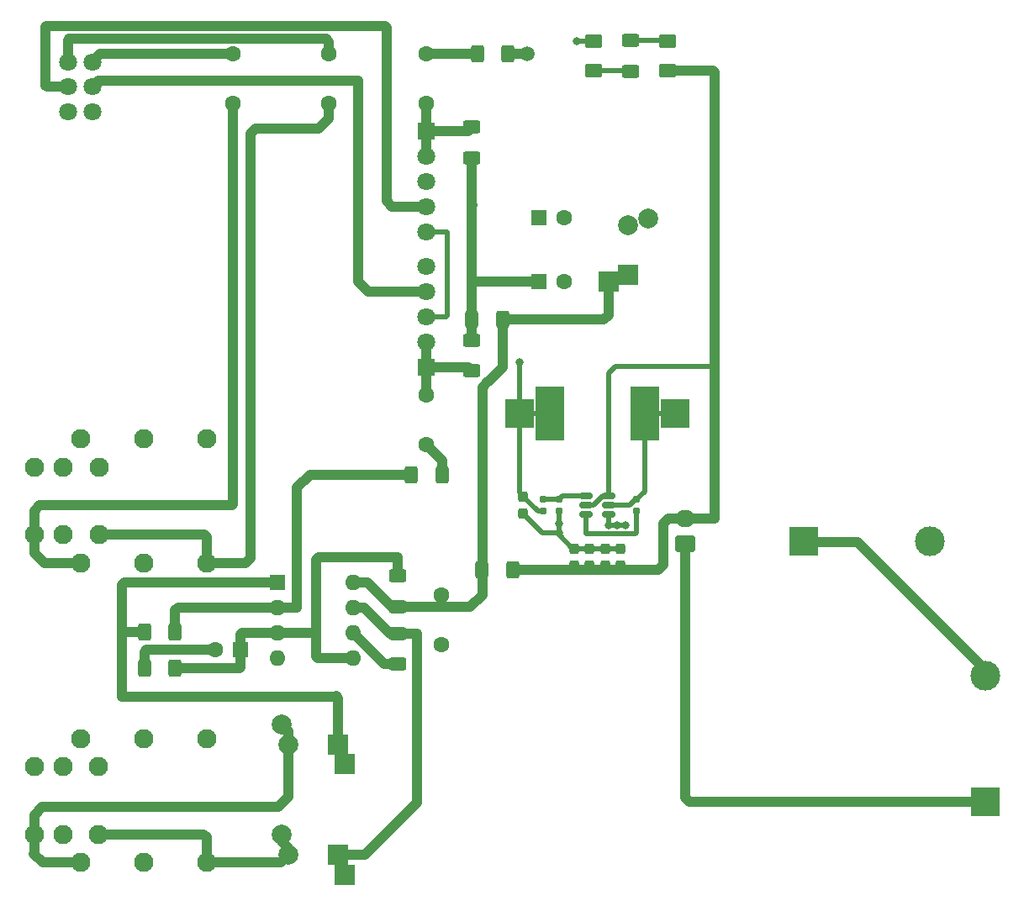
<source format=gbr>
%TF.GenerationSoftware,KiCad,Pcbnew,(6.0.0)*%
%TF.CreationDate,2022-08-03T23:17:49+01:00*%
%TF.ProjectId,Tube Headphone project V3,54756265-2048-4656-9164-70686f6e6520,rev?*%
%TF.SameCoordinates,Original*%
%TF.FileFunction,Copper,L1,Top*%
%TF.FilePolarity,Positive*%
%FSLAX46Y46*%
G04 Gerber Fmt 4.6, Leading zero omitted, Abs format (unit mm)*
G04 Created by KiCad (PCBNEW (6.0.0)) date 2022-08-03 23:17:49*
%MOMM*%
%LPD*%
G01*
G04 APERTURE LIST*
G04 Aperture macros list*
%AMRoundRect*
0 Rectangle with rounded corners*
0 $1 Rounding radius*
0 $2 $3 $4 $5 $6 $7 $8 $9 X,Y pos of 4 corners*
0 Add a 4 corners polygon primitive as box body*
4,1,4,$2,$3,$4,$5,$6,$7,$8,$9,$2,$3,0*
0 Add four circle primitives for the rounded corners*
1,1,$1+$1,$2,$3*
1,1,$1+$1,$4,$5*
1,1,$1+$1,$6,$7*
1,1,$1+$1,$8,$9*
0 Add four rect primitives between the rounded corners*
20,1,$1+$1,$2,$3,$4,$5,0*
20,1,$1+$1,$4,$5,$6,$7,0*
20,1,$1+$1,$6,$7,$8,$9,0*
20,1,$1+$1,$8,$9,$2,$3,0*%
G04 Aperture macros list end*
%TA.AperFunction,ComponentPad*%
%ADD10R,3.000000X3.000000*%
%TD*%
%TA.AperFunction,ComponentPad*%
%ADD11C,3.000000*%
%TD*%
%TA.AperFunction,SMDPad,CuDef*%
%ADD12RoundRect,0.250000X0.625000X-0.400000X0.625000X0.400000X-0.625000X0.400000X-0.625000X-0.400000X0*%
%TD*%
%TA.AperFunction,ComponentPad*%
%ADD13C,1.950000*%
%TD*%
%TA.AperFunction,SMDPad,CuDef*%
%ADD14RoundRect,0.237500X0.237500X-0.300000X0.237500X0.300000X-0.237500X0.300000X-0.237500X-0.300000X0*%
%TD*%
%TA.AperFunction,SMDPad,CuDef*%
%ADD15RoundRect,0.250000X0.400000X0.625000X-0.400000X0.625000X-0.400000X-0.625000X0.400000X-0.625000X0*%
%TD*%
%TA.AperFunction,ComponentPad*%
%ADD16R,1.600000X1.600000*%
%TD*%
%TA.AperFunction,ComponentPad*%
%ADD17C,1.600000*%
%TD*%
%TA.AperFunction,ComponentPad*%
%ADD18O,1.600000X1.600000*%
%TD*%
%TA.AperFunction,ComponentPad*%
%ADD19R,1.800000X1.800000*%
%TD*%
%TA.AperFunction,ComponentPad*%
%ADD20C,1.800000*%
%TD*%
%TA.AperFunction,ComponentPad*%
%ADD21R,2.000000X2.000000*%
%TD*%
%TA.AperFunction,ComponentPad*%
%ADD22C,2.000000*%
%TD*%
%TA.AperFunction,SMDPad,CuDef*%
%ADD23R,3.000000X5.500000*%
%TD*%
%TA.AperFunction,SMDPad,CuDef*%
%ADD24RoundRect,0.250000X-0.625000X0.400000X-0.625000X-0.400000X0.625000X-0.400000X0.625000X0.400000X0*%
%TD*%
%TA.AperFunction,SMDPad,CuDef*%
%ADD25RoundRect,0.250001X-0.624999X0.462499X-0.624999X-0.462499X0.624999X-0.462499X0.624999X0.462499X0*%
%TD*%
%TA.AperFunction,SMDPad,CuDef*%
%ADD26RoundRect,0.250001X0.624999X-0.462499X0.624999X0.462499X-0.624999X0.462499X-0.624999X-0.462499X0*%
%TD*%
%TA.AperFunction,SMDPad,CuDef*%
%ADD27RoundRect,0.250000X-0.400000X-0.625000X0.400000X-0.625000X0.400000X0.625000X-0.400000X0.625000X0*%
%TD*%
%TA.AperFunction,SMDPad,CuDef*%
%ADD28RoundRect,0.155000X-0.155000X0.212500X-0.155000X-0.212500X0.155000X-0.212500X0.155000X0.212500X0*%
%TD*%
%TA.AperFunction,SMDPad,CuDef*%
%ADD29R,3.000000X2.900000*%
%TD*%
%TA.AperFunction,SMDPad,CuDef*%
%ADD30RoundRect,0.150000X0.512500X0.150000X-0.512500X0.150000X-0.512500X-0.150000X0.512500X-0.150000X0*%
%TD*%
%TA.AperFunction,SMDPad,CuDef*%
%ADD31RoundRect,0.160000X-0.160000X0.197500X-0.160000X-0.197500X0.160000X-0.197500X0.160000X0.197500X0*%
%TD*%
%TA.AperFunction,SMDPad,CuDef*%
%ADD32RoundRect,0.160000X0.160000X-0.197500X0.160000X0.197500X-0.160000X0.197500X-0.160000X-0.197500X0*%
%TD*%
%TA.AperFunction,ComponentPad*%
%ADD33RoundRect,0.250000X0.750000X-0.600000X0.750000X0.600000X-0.750000X0.600000X-0.750000X-0.600000X0*%
%TD*%
%TA.AperFunction,ComponentPad*%
%ADD34O,2.000000X1.700000*%
%TD*%
%TA.AperFunction,ViaPad*%
%ADD35C,0.800000*%
%TD*%
%TA.AperFunction,ViaPad*%
%ADD36C,1.500000*%
%TD*%
%TA.AperFunction,Conductor*%
%ADD37C,1.000000*%
%TD*%
%TA.AperFunction,Conductor*%
%ADD38C,0.500000*%
%TD*%
G04 APERTURE END LIST*
D10*
%TO.P,BT1,1,+*%
%TO.N,Net-(BT1-Pad1)*%
X256067904Y-124572371D03*
D11*
%TO.P,BT1,2,-*%
%TO.N,Net-(BT1-Pad2)*%
X256067904Y-111872371D03*
%TD*%
D12*
%TO.P,R3,1*%
%TO.N,/R_TOUT*%
X204390000Y-81190000D03*
%TO.P,R3,2*%
%TO.N,/T_PWR*%
X204390000Y-78090000D03*
%TD*%
D13*
%TO.P,J1,R*%
%TO.N,N/C*%
X171390000Y-100552670D03*
X171390000Y-88052670D03*
X163240000Y-97702670D03*
X163240000Y-90902670D03*
%TO.P,J1,S*%
%TO.N,/R_IN*%
X165040000Y-88052670D03*
X160340000Y-90902670D03*
X165040000Y-100552670D03*
X160340000Y-97702670D03*
%TO.P,J1,T*%
%TO.N,/L_IN*%
X166840000Y-90902670D03*
X166840000Y-97702670D03*
X177740000Y-100552670D03*
X177740000Y-88052670D03*
%TD*%
D14*
%TO.P,C15,1*%
%TO.N,+18V*%
X217800000Y-100822500D03*
%TO.P,C15,2*%
%TO.N,GND*%
X217800000Y-99097500D03*
%TD*%
D15*
%TO.P,R11,1*%
%TO.N,+18V*%
X208510000Y-101230332D03*
%TO.P,R11,2*%
%TO.N,/PWR*%
X205410000Y-101230332D03*
%TD*%
D16*
%TO.P,C13,1*%
%TO.N,+2.5V*%
X211161167Y-65810000D03*
D17*
%TO.P,C13,2*%
%TO.N,GND*%
X213661167Y-65810000D03*
%TD*%
D14*
%TO.P,C1,1*%
%TO.N,GND*%
X209583119Y-95582500D03*
%TO.P,C1,2*%
%TO.N,+2.5V*%
X209583119Y-93857500D03*
%TD*%
D16*
%TO.P,U3,1*%
%TO.N,/R_OPOUT*%
X184805000Y-102505000D03*
D18*
%TO.P,U3,2,-*%
%TO.N,/R_OPIN*%
X184805000Y-105045000D03*
%TO.P,U3,3,+*%
%TO.N,/PWR-*%
X184805000Y-107585000D03*
%TO.P,U3,4,V-*%
%TO.N,GND*%
X184805000Y-110125000D03*
%TO.P,U3,5,+*%
%TO.N,/PWR-*%
X192425000Y-110125000D03*
%TO.P,U3,6,-*%
%TO.N,/L_OPIN*%
X192425000Y-107585000D03*
%TO.P,U3,7*%
%TO.N,/L_OPOUT*%
X192425000Y-105045000D03*
%TO.P,U3,8,V+*%
%TO.N,/PWR*%
X192425000Y-102505000D03*
%TD*%
D19*
%TO.P,U2,1,P*%
%TO.N,/R_TOUT*%
X199775112Y-80850000D03*
D20*
%TO.P,U2,2,G2*%
X199775112Y-78310000D03*
%TO.P,U2,3,F+\u002CG3*%
%TO.N,Net-(U1-Pad5)*%
X199775112Y-75770000D03*
%TO.P,U2,4,G1*%
%TO.N,/R_TIN*%
X199775112Y-73230000D03*
%TO.P,U2,5,F+\u002CG3*%
%TO.N,GND*%
X199775112Y-70690000D03*
%TD*%
D16*
%TO.P,C5,1*%
%TO.N,/T_PWR*%
X211161167Y-72240000D03*
D17*
%TO.P,C5,2*%
%TO.N,GND*%
X213661167Y-72240000D03*
%TD*%
D20*
%TO.P,RV1,1,1*%
%TO.N,/L_POT*%
X163700000Y-50070000D03*
%TO.P,RV1,2,2*%
%TO.N,/L_TIN*%
X163700000Y-52570000D03*
%TO.P,RV1,3,3*%
%TO.N,GND*%
X163700000Y-55070000D03*
%TO.P,RV1,4,4*%
%TO.N,/R_POT*%
X166200000Y-50070000D03*
%TO.P,RV1,5,5*%
%TO.N,/R_TIN*%
X166200000Y-52570000D03*
%TO.P,RV1,6,6*%
%TO.N,GND*%
X166200000Y-55070000D03*
%TD*%
D21*
%TO.P,C10,1*%
%TO.N,/PWR*%
X220137362Y-71530591D03*
X218137362Y-72202735D03*
D22*
%TO.P,C10,2*%
%TO.N,GND*%
X222137362Y-65858447D03*
X220137362Y-66530591D03*
%TD*%
D12*
%TO.P,R10,1*%
%TO.N,/L_OPIN*%
X196932449Y-110755000D03*
%TO.P,R10,2*%
%TO.N,/L_OPOUT*%
X196932449Y-107655000D03*
%TD*%
D14*
%TO.P,C14,1*%
%TO.N,+18V*%
X219360198Y-100822500D03*
%TO.P,C14,2*%
%TO.N,GND*%
X219360198Y-99097500D03*
%TD*%
D21*
%TO.P,C12,1*%
%TO.N,/L_OPOUT*%
X191627689Y-131938024D03*
X190955545Y-129938024D03*
D22*
%TO.P,C12,2*%
%TO.N,/L_OUT*%
X185283401Y-127938024D03*
X185955545Y-129938024D03*
%TD*%
D21*
%TO.P,C11,1*%
%TO.N,/R_OPOUT*%
X190955545Y-118841976D03*
X191627689Y-120841976D03*
D22*
%TO.P,C11,2*%
%TO.N,/R_OUT*%
X185955545Y-118841976D03*
X185283401Y-116841976D03*
%TD*%
D23*
%TO.P,REF\u002A\u002A,1*%
%TO.N,+2.5V*%
X212280000Y-85540000D03*
%TO.P,REF\u002A\u002A,2*%
%TO.N,Net-(C2-Pad1)*%
X221780000Y-85540000D03*
%TD*%
D24*
%TO.P,R2,1*%
%TO.N,/L_TOUT*%
X204390000Y-56660000D03*
%TO.P,R2,2*%
%TO.N,/T_PWR*%
X204390000Y-59760000D03*
%TD*%
D16*
%TO.P,C9,1*%
%TO.N,/PWR-*%
X181075113Y-109296335D03*
D17*
%TO.P,C9,2*%
%TO.N,GND*%
X178575113Y-109296335D03*
%TD*%
D25*
%TO.P,D2,1,K*%
%TO.N,GND*%
X216690000Y-48015000D03*
%TO.P,D2,2,A*%
%TO.N,Net-(D2-Pad2)*%
X216690000Y-50990000D03*
%TD*%
D26*
%TO.P,D1,1,K*%
%TO.N,+18V*%
X224090000Y-50945000D03*
%TO.P,D1,2,A*%
%TO.N,Net-(D1-Pad2)*%
X224090000Y-47970000D03*
%TD*%
D15*
%TO.P,R5,1*%
%TO.N,Net-(C7-Pad1)*%
X201390000Y-91650000D03*
%TO.P,R5,2*%
%TO.N,/R_OPIN*%
X198290000Y-91650000D03*
%TD*%
%TO.P,R9,1*%
%TO.N,/R_OPIN*%
X174510000Y-107476335D03*
%TO.P,R9,2*%
%TO.N,/R_OPOUT*%
X171410000Y-107476335D03*
%TD*%
D27*
%TO.P,R6,1*%
%TO.N,Net-(C8-Pad1)*%
X204955112Y-49260000D03*
%TO.P,R6,2*%
%TO.N,/L_OPIN*%
X208055112Y-49260000D03*
%TD*%
D28*
%TO.P,C2,1*%
%TO.N,Net-(C2-Pad1)*%
X220964485Y-94158629D03*
%TO.P,C2,2*%
%TO.N,Net-(C2-Pad2)*%
X220964485Y-95293629D03*
%TD*%
D12*
%TO.P,R1,1*%
%TO.N,Net-(D2-Pad2)*%
X220390000Y-51030000D03*
%TO.P,R1,2*%
%TO.N,Net-(D1-Pad2)*%
X220390000Y-47930000D03*
%TD*%
D29*
%TO.P,L1,1,1*%
%TO.N,+2.5V*%
X209180000Y-85540000D03*
%TO.P,L1,2,2*%
%TO.N,Net-(C2-Pad1)*%
X224880000Y-85540000D03*
%TD*%
D17*
%TO.P,C17,1*%
%TO.N,GND*%
X201320000Y-108805000D03*
%TO.P,C17,2*%
%TO.N,/PWR*%
X201320000Y-103805000D03*
%TD*%
D30*
%TO.P,U4,1,GND*%
%TO.N,GND*%
X218167500Y-95686129D03*
%TO.P,U4,2,SW*%
%TO.N,Net-(C2-Pad1)*%
X218167500Y-94736129D03*
%TO.P,U4,3,VIN*%
%TO.N,+18V*%
X218167500Y-93786129D03*
%TO.P,U4,4,FB*%
%TO.N,Net-(R12-Pad2)*%
X215892500Y-93786129D03*
%TO.P,U4,5,EN*%
%TO.N,+18V*%
X215892500Y-94736129D03*
%TO.P,U4,6,CB*%
%TO.N,Net-(C2-Pad2)*%
X215892500Y-95686129D03*
%TD*%
D31*
%TO.P,R13,1*%
%TO.N,Net-(R12-Pad2)*%
X213152150Y-94128629D03*
%TO.P,R13,2*%
%TO.N,GND*%
X213152150Y-95323629D03*
%TD*%
D19*
%TO.P,U1,1,P*%
%TO.N,/L_TOUT*%
X199775112Y-57017741D03*
D20*
%TO.P,U1,2,G2*%
X199775112Y-59557741D03*
%TO.P,U1,3,F+\u002CG3*%
%TO.N,+2.5V*%
X199775112Y-62097741D03*
%TO.P,U1,4,G1*%
%TO.N,/L_TIN*%
X199775112Y-64637741D03*
%TO.P,U1,5,F+\u002CG3*%
%TO.N,Net-(U1-Pad5)*%
X199775112Y-67177741D03*
%TD*%
D32*
%TO.P,R12,1*%
%TO.N,+2.5V*%
X211582150Y-95323629D03*
%TO.P,R12,2*%
%TO.N,Net-(R12-Pad2)*%
X211582150Y-94128629D03*
%TD*%
D33*
%TO.P,Power SW,1,A*%
%TO.N,Net-(BT1-Pad1)*%
X225880000Y-98620000D03*
D34*
%TO.P,Power SW,2,B*%
%TO.N,+18V*%
X225880000Y-96120000D03*
%TD*%
D15*
%TO.P,R4,1*%
%TO.N,/PWR*%
X207500000Y-76030000D03*
%TO.P,R4,2*%
%TO.N,/T_PWR*%
X204400000Y-76030000D03*
%TD*%
D14*
%TO.P,C16,1*%
%TO.N,+18V*%
X216239803Y-100822500D03*
%TO.P,C16,2*%
%TO.N,GND*%
X216239803Y-99097500D03*
%TD*%
D17*
%TO.P,C8,1*%
%TO.N,Net-(C8-Pad1)*%
X199775112Y-49259315D03*
%TO.P,C8,2*%
%TO.N,/L_TOUT*%
X199775112Y-54259315D03*
%TD*%
%TO.P,C7,1*%
%TO.N,Net-(C7-Pad1)*%
X199775112Y-88630454D03*
%TO.P,C7,2*%
%TO.N,/R_TOUT*%
X199775112Y-83630454D03*
%TD*%
D24*
%TO.P,R7,1*%
%TO.N,/PWR-*%
X196932449Y-101855000D03*
%TO.P,R7,2*%
%TO.N,/PWR*%
X196932449Y-104955000D03*
%TD*%
D14*
%TO.P,C4,1*%
%TO.N,+18V*%
X214679606Y-100822500D03*
%TO.P,C4,2*%
%TO.N,GND*%
X214679606Y-99097500D03*
%TD*%
D13*
%TO.P,J2,R*%
%TO.N,N/C*%
X163210000Y-127890000D03*
X163210000Y-121090000D03*
X171360000Y-130740000D03*
X171360000Y-118240000D03*
%TO.P,J2,S*%
%TO.N,/R_OUT*%
X165010000Y-130740000D03*
X160310000Y-127890000D03*
X160310000Y-121090000D03*
X165010000Y-118240000D03*
%TO.P,J2,T*%
%TO.N,/L_OUT*%
X166810000Y-121090000D03*
X177710000Y-118240000D03*
X166810000Y-127890000D03*
X177710000Y-130740000D03*
%TD*%
D17*
%TO.P,C6,1*%
%TO.N,/R_POT*%
X180300000Y-49259315D03*
%TO.P,C6,2*%
%TO.N,/R_IN*%
X180300000Y-54259315D03*
%TD*%
D10*
%TO.P,BT2,1,+*%
%TO.N,Net-(BT1-Pad2)*%
X237861456Y-98390000D03*
D11*
%TO.P,BT2,2,-*%
%TO.N,GND*%
X250561456Y-98390000D03*
%TD*%
D15*
%TO.P,R8,1*%
%TO.N,/PWR-*%
X174510000Y-111116335D03*
%TO.P,R8,2*%
%TO.N,GND*%
X171410000Y-111116335D03*
%TD*%
D17*
%TO.P,C3,1*%
%TO.N,/L_POT*%
X190010000Y-49259315D03*
%TO.P,C3,2*%
%TO.N,/L_IN*%
X190010000Y-54259315D03*
%TD*%
D35*
%TO.N,GND*%
X219867000Y-96729129D03*
X213152150Y-96597850D03*
X218168175Y-96729129D03*
X214945000Y-48015000D03*
X213152150Y-97497850D03*
X219017587Y-96729129D03*
D36*
%TO.N,/L_OPIN*%
X209940000Y-49250000D03*
D35*
%TO.N,+2.5V*%
X209180000Y-80330000D03*
%TD*%
D37*
%TO.N,Net-(BT1-Pad1)*%
X256710000Y-124600000D02*
X226270000Y-124600000D01*
X225850000Y-124180000D02*
X225850000Y-98790000D01*
X226270000Y-124600000D02*
X225850000Y-124180000D01*
D38*
%TO.N,GND*%
X218168175Y-96729129D02*
X218997000Y-96729129D01*
X214679606Y-99097500D02*
X214571765Y-99097500D01*
D37*
X171410000Y-109510000D02*
X171623665Y-109296335D01*
X171410000Y-111116335D02*
X171410000Y-109510000D01*
X171623665Y-109296335D02*
X178575113Y-109296335D01*
D38*
X211498469Y-97497850D02*
X213152150Y-97497850D01*
X218167500Y-96728454D02*
X218168175Y-96729129D01*
X214571765Y-99097500D02*
X213152150Y-97677885D01*
X213152150Y-95323629D02*
X213152150Y-96597850D01*
X213152150Y-96597850D02*
X213152150Y-97497850D01*
X219360198Y-99097500D02*
X214679606Y-99097500D01*
X216690000Y-48015000D02*
X214945000Y-48015000D01*
X218997000Y-96729129D02*
X219867000Y-96729129D01*
X218167500Y-95686129D02*
X218167500Y-96728454D01*
X209583119Y-95582500D02*
X211498469Y-97497850D01*
X213152150Y-97497850D02*
X213152150Y-97677885D01*
D37*
%TO.N,Net-(BT1-Pad2)*%
X243227629Y-98417629D02*
X256710000Y-111900000D01*
X238503552Y-98417629D02*
X243227629Y-98417629D01*
%TO.N,Net-(C7-Pad1)*%
X201390000Y-90245342D02*
X199775112Y-88630454D01*
X201390000Y-91650000D02*
X201390000Y-90245342D01*
%TO.N,Net-(C8-Pad1)*%
X204954427Y-49259315D02*
X199775112Y-49259315D01*
X204955112Y-49260000D02*
X204954427Y-49259315D01*
%TO.N,+18V*%
X225830000Y-96106031D02*
X228806031Y-96106031D01*
X224183969Y-96106031D02*
X225830000Y-96106031D01*
X228806031Y-80753969D02*
X228806031Y-51086031D01*
D38*
X218167500Y-93786129D02*
X218167500Y-81437500D01*
X216657151Y-94736129D02*
X215892500Y-94736129D01*
D37*
X223670000Y-100770000D02*
X223670000Y-96620000D01*
X223670000Y-96620000D02*
X224183969Y-96106031D01*
D38*
X218160000Y-81430000D02*
X218836031Y-80753969D01*
X218836031Y-80753969D02*
X228806031Y-80753969D01*
D37*
X228806031Y-96106031D02*
X228806031Y-80753969D01*
X208510000Y-101230332D02*
X223209668Y-101230332D01*
X228806031Y-51086031D02*
X228665000Y-50945000D01*
D38*
X218167500Y-93786129D02*
X217607151Y-93786129D01*
X217607151Y-93786129D02*
X216657151Y-94736129D01*
X218167500Y-81437500D02*
X218160000Y-81430000D01*
D37*
X223209668Y-101230332D02*
X223670000Y-100770000D01*
X228665000Y-50945000D02*
X224090000Y-50945000D01*
%TO.N,/T_PWR*%
X204390000Y-78100000D02*
X204390000Y-72180000D01*
X204460000Y-72110000D02*
X204390000Y-72180000D01*
X204590000Y-72240000D02*
X204460000Y-72110000D01*
X204390000Y-72180000D02*
X204390000Y-64390000D01*
X211161167Y-72240000D02*
X204590000Y-72240000D01*
X204390000Y-64390000D02*
X204460000Y-64460000D01*
X204390000Y-64390000D02*
X204390000Y-59760000D01*
%TO.N,/PWR*%
X201455000Y-104955000D02*
X204225000Y-104955000D01*
X196932449Y-104955000D02*
X196325000Y-104955000D01*
X201320000Y-104820000D02*
X201455000Y-104955000D01*
X218137362Y-75572638D02*
X217680000Y-76030000D01*
X196325000Y-104955000D02*
X193875000Y-102505000D01*
X193875000Y-102505000D02*
X192425000Y-102505000D01*
X196932449Y-104955000D02*
X196957449Y-104980000D01*
X201455000Y-104955000D02*
X196932449Y-104955000D01*
X204225000Y-104955000D02*
X205435000Y-103745000D01*
X205435000Y-103745000D02*
X205435000Y-82895000D01*
X206020000Y-82310000D02*
X206040000Y-82310000D01*
X207500000Y-80850000D02*
X207500000Y-76030000D01*
X206040000Y-82310000D02*
X207500000Y-80850000D01*
X205435000Y-82895000D02*
X206020000Y-82310000D01*
X201320000Y-103805000D02*
X201320000Y-104820000D01*
X217680000Y-76030000D02*
X207500000Y-76030000D01*
X218137362Y-72202735D02*
X218137362Y-75572638D01*
%TO.N,/L_IN*%
X182070000Y-100080000D02*
X181597330Y-100552670D01*
X190010000Y-55750000D02*
X188990000Y-56770000D01*
X190010000Y-54259315D02*
X190010000Y-55750000D01*
X177740000Y-100552670D02*
X177740000Y-97960000D01*
X177740000Y-97960000D02*
X177482670Y-97702670D01*
X188990000Y-56770000D02*
X182630000Y-56770000D01*
X177482670Y-97702670D02*
X166840000Y-97702670D01*
X182630000Y-56770000D02*
X182070000Y-57330000D01*
X182070000Y-57330000D02*
X182070000Y-100080000D01*
X181597330Y-100552670D02*
X177740000Y-100552670D01*
%TO.N,/R_IN*%
X180250000Y-94690000D02*
X180300000Y-94640000D01*
X180300000Y-94640000D02*
X180300000Y-54259315D01*
X161340000Y-100552670D02*
X165040000Y-100552670D01*
X160340000Y-95282670D02*
X160896335Y-94726335D01*
X160340000Y-99552670D02*
X161340000Y-100552670D01*
X160932670Y-94690000D02*
X160896335Y-94726335D01*
X160340000Y-97702670D02*
X160340000Y-95282670D01*
X160340000Y-97702670D02*
X160340000Y-99552670D01*
X180250000Y-94690000D02*
X160932670Y-94690000D01*
%TO.N,/R_OUT*%
X160310000Y-129830000D02*
X160300000Y-129840000D01*
X160310000Y-127890000D02*
X160310000Y-129830000D01*
X161200000Y-130740000D02*
X165010000Y-130740000D01*
X185955545Y-118841976D02*
X185955545Y-124104455D01*
X185955545Y-124104455D02*
X184910000Y-125150000D01*
X161100000Y-125150000D02*
X160310000Y-125940000D01*
X160300000Y-129840000D02*
X161200000Y-130740000D01*
X185955545Y-117514120D02*
X185283401Y-116841976D01*
X184910000Y-125150000D02*
X161100000Y-125150000D01*
X185955545Y-118841976D02*
X185955545Y-117514120D01*
X160310000Y-125940000D02*
X160310000Y-127890000D01*
%TO.N,/L_OUT*%
X177380000Y-127880000D02*
X177710000Y-128210000D01*
X177710000Y-128210000D02*
X177710000Y-130740000D01*
X166810000Y-127890000D02*
X177370000Y-127890000D01*
X185153569Y-130740000D02*
X185955545Y-129938024D01*
X177370000Y-127890000D02*
X177380000Y-127880000D01*
X177710000Y-130740000D02*
X185153569Y-130740000D01*
X185283401Y-128577856D02*
X185955545Y-129250000D01*
%TO.N,/L_POT*%
X163700000Y-47900000D02*
X163700000Y-50070000D01*
X190010000Y-48070000D02*
X189699804Y-47759804D01*
X189699804Y-47759804D02*
X163840196Y-47759804D01*
X190010000Y-49259315D02*
X190010000Y-48070000D01*
X163840196Y-47759804D02*
X163700000Y-47900000D01*
%TO.N,/R_POT*%
X166940685Y-49259315D02*
X166200000Y-50000000D01*
X180300000Y-49259315D02*
X166940685Y-49259315D01*
X166200000Y-50000000D02*
X166200000Y-50070000D01*
%TO.N,/R_OPOUT*%
X190730000Y-113970000D02*
X190955545Y-114195545D01*
X179105000Y-102505000D02*
X184805000Y-102505000D01*
X169170000Y-107140000D02*
X169170000Y-106050000D01*
X169170000Y-108140000D02*
X169170000Y-114000000D01*
X169435000Y-102505000D02*
X169170000Y-102770000D01*
X169170000Y-107440000D02*
X169170000Y-107140000D01*
X169206335Y-107476335D02*
X169170000Y-107440000D01*
X169170000Y-102770000D02*
X169170000Y-107140000D01*
X169170000Y-114000000D02*
X190700000Y-114000000D01*
X190955545Y-114195545D02*
X190955545Y-118841976D01*
X169170000Y-108140000D02*
X169170000Y-107440000D01*
X179105000Y-102505000D02*
X171205000Y-102505000D01*
X171205000Y-102505000D02*
X169435000Y-102505000D01*
X171410000Y-107476335D02*
X169206335Y-107476335D01*
X190700000Y-114000000D02*
X190730000Y-113970000D01*
%TO.N,/L_OPOUT*%
X193545000Y-105045000D02*
X192425000Y-105045000D01*
X196155000Y-107655000D02*
X193545000Y-105045000D01*
X196937449Y-107650000D02*
X198900000Y-107650000D01*
X198900000Y-107650000D02*
X198900000Y-124680000D01*
X196932449Y-107655000D02*
X196155000Y-107655000D01*
X198900000Y-124680000D02*
X193641976Y-129938024D01*
X193641976Y-129938024D02*
X190955545Y-129938024D01*
X196932449Y-107655000D02*
X196937449Y-107650000D01*
%TO.N,/R_TOUT*%
X199775112Y-83630454D02*
X199775112Y-80850000D01*
X199775112Y-78310000D02*
X199775112Y-80850000D01*
X204040000Y-80850000D02*
X204390000Y-81200000D01*
X199775112Y-80850000D02*
X204040000Y-80850000D01*
%TO.N,/L_TOUT*%
X199775112Y-57017741D02*
X204032259Y-57017741D01*
X199775112Y-59557741D02*
X199775112Y-57017741D01*
X204065112Y-57010000D02*
X204057371Y-57017741D01*
X199775112Y-54259315D02*
X199775112Y-57017741D01*
X204032259Y-57017741D02*
X204390000Y-56660000D01*
%TO.N,/R_OPIN*%
X184805000Y-105045000D02*
X186735000Y-105045000D01*
X174805000Y-105045000D02*
X174800000Y-105040000D01*
X186750000Y-105030000D02*
X186750000Y-92980000D01*
X188080000Y-91650000D02*
X186750000Y-92980000D01*
X186735000Y-105045000D02*
X186750000Y-105030000D01*
X174510000Y-105330000D02*
X174510000Y-107476335D01*
X198290000Y-91650000D02*
X188080000Y-91650000D01*
X174800000Y-105040000D02*
X174510000Y-105330000D01*
X184805000Y-105045000D02*
X174805000Y-105045000D01*
%TO.N,/L_OPIN*%
X208065112Y-49250000D02*
X208055112Y-49260000D01*
X209940000Y-49250000D02*
X208065112Y-49250000D01*
X196932449Y-110755000D02*
X195595000Y-110755000D01*
X195595000Y-110755000D02*
X192425000Y-107585000D01*
%TO.N,/L_TIN*%
X195690000Y-46470000D02*
X161530000Y-46470000D01*
X195840000Y-46620000D02*
X195690000Y-46470000D01*
X161530000Y-46470000D02*
X161470000Y-46530000D01*
X199775112Y-64637741D02*
X196367741Y-64637741D01*
X161470000Y-52440000D02*
X161600000Y-52570000D01*
X196367741Y-64637741D02*
X195840000Y-64110000D01*
X195840000Y-64110000D02*
X195840000Y-46620000D01*
X161470000Y-46530000D02*
X161470000Y-52440000D01*
X161600000Y-52570000D02*
X163700000Y-52570000D01*
%TO.N,/R_TIN*%
X166780000Y-51990000D02*
X166200000Y-52570000D01*
X193950000Y-73230000D02*
X192930000Y-72210000D01*
X199775112Y-73230000D02*
X193950000Y-73230000D01*
X192930000Y-51990000D02*
X166780000Y-51990000D01*
X192930000Y-72210000D02*
X192930000Y-51990000D01*
D38*
%TO.N,Net-(D1-Pad2)*%
X220390000Y-47930000D02*
X224050000Y-47930000D01*
D37*
X224050000Y-47930000D02*
X224090000Y-47970000D01*
%TO.N,/PWR-*%
X184805000Y-107585000D02*
X188705000Y-107585000D01*
X196932449Y-99957551D02*
X196950000Y-99940000D01*
X188705000Y-109985000D02*
X188705000Y-106695000D01*
X188960000Y-99940000D02*
X188705000Y-100195000D01*
X188705000Y-106695000D02*
X188705000Y-107585000D01*
X188850000Y-110130000D02*
X188705000Y-109985000D01*
X181075113Y-109296335D02*
X181075113Y-111035113D01*
X181075113Y-109296335D02*
X181075113Y-107754887D01*
X181003665Y-111116335D02*
X174510000Y-111116335D01*
X181080000Y-111040000D02*
X181003665Y-111116335D01*
X188705000Y-100195000D02*
X188705000Y-106695000D01*
X181075113Y-107754887D02*
X181245000Y-107585000D01*
X196950000Y-99940000D02*
X188960000Y-99940000D01*
X188855000Y-110125000D02*
X188850000Y-110130000D01*
X196932449Y-101855000D02*
X196932449Y-99957551D01*
X192425000Y-110125000D02*
X188855000Y-110125000D01*
X181245000Y-107585000D02*
X184805000Y-107585000D01*
X181075113Y-111035113D02*
X181080000Y-111040000D01*
D38*
%TO.N,Net-(D2-Pad2)*%
X216690000Y-50990000D02*
X220350000Y-50990000D01*
D37*
X220350000Y-50990000D02*
X220390000Y-51030000D01*
D38*
%TO.N,+2.5V*%
X209180000Y-93454381D02*
X209180000Y-85540000D01*
X211049248Y-95323629D02*
X209583119Y-93857500D01*
X209583119Y-93857500D02*
X209180000Y-93454381D01*
X212280000Y-85540000D02*
X209180000Y-85540000D01*
X211582150Y-95323629D02*
X211049248Y-95323629D01*
X209180000Y-85540000D02*
X209180000Y-80330000D01*
%TO.N,Net-(C2-Pad1)*%
X221780000Y-93343114D02*
X221780000Y-85540000D01*
X218167500Y-94736129D02*
X220299565Y-94736129D01*
X220877065Y-94158629D02*
X220964485Y-94158629D01*
X221400000Y-85540000D02*
X224880000Y-85540000D01*
X220964485Y-94158629D02*
X221780000Y-93343114D01*
X220299565Y-94736129D02*
X220877065Y-94158629D01*
%TO.N,Net-(C2-Pad2)*%
X220964485Y-95293629D02*
X220964485Y-97540614D01*
X220926470Y-97578629D02*
X220964485Y-97540614D01*
X215892500Y-97578629D02*
X220926470Y-97578629D01*
X215892500Y-97578629D02*
X215892500Y-95686129D01*
%TO.N,Net-(R12-Pad2)*%
X213494650Y-93786129D02*
X213152150Y-94128629D01*
X215892500Y-93786129D02*
X213494650Y-93786129D01*
X211582150Y-94128629D02*
X213152150Y-94128629D01*
%TO.N,Net-(U1-Pad5)*%
X199775112Y-67177741D02*
X201922259Y-67177741D01*
X201850000Y-75770000D02*
X199775112Y-75770000D01*
X201930000Y-67170000D02*
X201930000Y-75690000D01*
%TD*%
M02*

</source>
